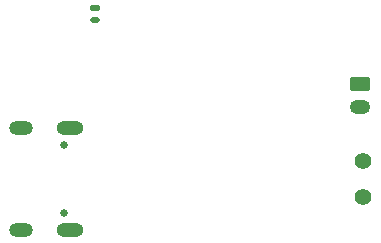
<source format=gbs>
G04 #@! TF.GenerationSoftware,KiCad,Pcbnew,8.0.2*
G04 #@! TF.CreationDate,2025-03-06T10:30:39-07:00*
G04 #@! TF.ProjectId,kicad,6b696361-642e-46b6-9963-61645f706362,4*
G04 #@! TF.SameCoordinates,Original*
G04 #@! TF.FileFunction,Soldermask,Bot*
G04 #@! TF.FilePolarity,Negative*
%FSLAX46Y46*%
G04 Gerber Fmt 4.6, Leading zero omitted, Abs format (unit mm)*
G04 Created by KiCad (PCBNEW 8.0.2) date 2025-03-06 10:30:39*
%MOMM*%
%LPD*%
G01*
G04 APERTURE LIST*
G04 Aperture macros list*
%AMRoundRect*
0 Rectangle with rounded corners*
0 $1 Rounding radius*
0 $2 $3 $4 $5 $6 $7 $8 $9 X,Y pos of 4 corners*
0 Add a 4 corners polygon primitive as box body*
4,1,4,$2,$3,$4,$5,$6,$7,$8,$9,$2,$3,0*
0 Add four circle primitives for the rounded corners*
1,1,$1+$1,$2,$3*
1,1,$1+$1,$4,$5*
1,1,$1+$1,$6,$7*
1,1,$1+$1,$8,$9*
0 Add four rect primitives between the rounded corners*
20,1,$1+$1,$2,$3,$4,$5,0*
20,1,$1+$1,$4,$5,$6,$7,0*
20,1,$1+$1,$6,$7,$8,$9,0*
20,1,$1+$1,$8,$9,$2,$3,0*%
G04 Aperture macros list end*
%ADD10RoundRect,0.104167X-0.295833X0.145833X-0.295833X-0.145833X0.295833X-0.145833X0.295833X0.145833X0*%
%ADD11O,0.800000X0.500000*%
%ADD12C,0.650000*%
%ADD13O,2.304000X1.204000*%
%ADD14O,2.004000X1.204000*%
%ADD15RoundRect,0.250000X-0.625000X0.350000X-0.625000X-0.350000X0.625000X-0.350000X0.625000X0.350000X0*%
%ADD16O,1.750000X1.200000*%
%ADD17C,1.397000*%
G04 APERTURE END LIST*
D10*
X134000000Y-101600000D03*
D11*
X134000000Y-102616000D03*
D12*
X131430000Y-113182500D03*
X131430000Y-118962500D03*
D13*
X131930000Y-111752500D03*
D14*
X127750000Y-111752500D03*
D13*
X131930000Y-120392500D03*
D14*
X127750000Y-120392500D03*
D15*
X156500000Y-108000000D03*
D16*
X156500000Y-110000000D03*
D17*
X156750000Y-117566020D03*
X156750000Y-114568820D03*
M02*

</source>
